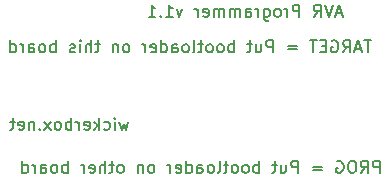
<source format=gbo>
%TF.GenerationSoftware,KiCad,Pcbnew,4.0.5-e0-6337~49~ubuntu16.04.1*%
%TF.CreationDate,2017-02-09T22:12:51-08:00*%
%TF.ProjectId,avr-programmer,6176722D70726F6772616D6D65722E6B,v1.0*%
%TF.FileFunction,Legend,Bot*%
%FSLAX46Y46*%
G04 Gerber Fmt 4.6, Leading zero omitted, Abs format (unit mm)*
G04 Created by KiCad (PCBNEW 4.0.5-e0-6337~49~ubuntu16.04.1) date Thu Feb  9 22:12:51 2017*
%MOMM*%
%LPD*%
G01*
G04 APERTURE LIST*
%ADD10C,0.350000*%
%ADD11C,0.152400*%
G04 APERTURE END LIST*
D10*
D11*
X136861244Y-90883619D02*
X136861244Y-89867619D01*
X136474197Y-89867619D01*
X136377435Y-89916000D01*
X136329054Y-89964381D01*
X136280673Y-90061143D01*
X136280673Y-90206286D01*
X136329054Y-90303048D01*
X136377435Y-90351429D01*
X136474197Y-90399810D01*
X136861244Y-90399810D01*
X135264673Y-90883619D02*
X135603339Y-90399810D01*
X135845244Y-90883619D02*
X135845244Y-89867619D01*
X135458197Y-89867619D01*
X135361435Y-89916000D01*
X135313054Y-89964381D01*
X135264673Y-90061143D01*
X135264673Y-90206286D01*
X135313054Y-90303048D01*
X135361435Y-90351429D01*
X135458197Y-90399810D01*
X135845244Y-90399810D01*
X134635720Y-89867619D02*
X134442197Y-89867619D01*
X134345435Y-89916000D01*
X134248673Y-90012762D01*
X134200292Y-90206286D01*
X134200292Y-90544952D01*
X134248673Y-90738476D01*
X134345435Y-90835238D01*
X134442197Y-90883619D01*
X134635720Y-90883619D01*
X134732482Y-90835238D01*
X134829244Y-90738476D01*
X134877625Y-90544952D01*
X134877625Y-90206286D01*
X134829244Y-90012762D01*
X134732482Y-89916000D01*
X134635720Y-89867619D01*
X133232673Y-89916000D02*
X133329435Y-89867619D01*
X133474578Y-89867619D01*
X133619720Y-89916000D01*
X133716482Y-90012762D01*
X133764863Y-90109524D01*
X133813244Y-90303048D01*
X133813244Y-90448190D01*
X133764863Y-90641714D01*
X133716482Y-90738476D01*
X133619720Y-90835238D01*
X133474578Y-90883619D01*
X133377816Y-90883619D01*
X133232673Y-90835238D01*
X133184292Y-90786857D01*
X133184292Y-90448190D01*
X133377816Y-90448190D01*
X131974768Y-90351429D02*
X131200673Y-90351429D01*
X131200673Y-90641714D02*
X131974768Y-90641714D01*
X129942768Y-90883619D02*
X129942768Y-89867619D01*
X129555721Y-89867619D01*
X129458959Y-89916000D01*
X129410578Y-89964381D01*
X129362197Y-90061143D01*
X129362197Y-90206286D01*
X129410578Y-90303048D01*
X129458959Y-90351429D01*
X129555721Y-90399810D01*
X129942768Y-90399810D01*
X128491340Y-90206286D02*
X128491340Y-90883619D01*
X128926768Y-90206286D02*
X128926768Y-90738476D01*
X128878387Y-90835238D01*
X128781625Y-90883619D01*
X128636483Y-90883619D01*
X128539721Y-90835238D01*
X128491340Y-90786857D01*
X128152673Y-90206286D02*
X127765625Y-90206286D01*
X128007530Y-89867619D02*
X128007530Y-90738476D01*
X127959149Y-90835238D01*
X127862387Y-90883619D01*
X127765625Y-90883619D01*
X126652864Y-90883619D02*
X126652864Y-89867619D01*
X126652864Y-90254667D02*
X126556102Y-90206286D01*
X126362579Y-90206286D01*
X126265817Y-90254667D01*
X126217436Y-90303048D01*
X126169055Y-90399810D01*
X126169055Y-90690095D01*
X126217436Y-90786857D01*
X126265817Y-90835238D01*
X126362579Y-90883619D01*
X126556102Y-90883619D01*
X126652864Y-90835238D01*
X125588483Y-90883619D02*
X125685245Y-90835238D01*
X125733626Y-90786857D01*
X125782007Y-90690095D01*
X125782007Y-90399810D01*
X125733626Y-90303048D01*
X125685245Y-90254667D01*
X125588483Y-90206286D01*
X125443341Y-90206286D01*
X125346579Y-90254667D01*
X125298198Y-90303048D01*
X125249817Y-90399810D01*
X125249817Y-90690095D01*
X125298198Y-90786857D01*
X125346579Y-90835238D01*
X125443341Y-90883619D01*
X125588483Y-90883619D01*
X124669245Y-90883619D02*
X124766007Y-90835238D01*
X124814388Y-90786857D01*
X124862769Y-90690095D01*
X124862769Y-90399810D01*
X124814388Y-90303048D01*
X124766007Y-90254667D01*
X124669245Y-90206286D01*
X124524103Y-90206286D01*
X124427341Y-90254667D01*
X124378960Y-90303048D01*
X124330579Y-90399810D01*
X124330579Y-90690095D01*
X124378960Y-90786857D01*
X124427341Y-90835238D01*
X124524103Y-90883619D01*
X124669245Y-90883619D01*
X124040293Y-90206286D02*
X123653245Y-90206286D01*
X123895150Y-89867619D02*
X123895150Y-90738476D01*
X123846769Y-90835238D01*
X123750007Y-90883619D01*
X123653245Y-90883619D01*
X123169436Y-90883619D02*
X123266198Y-90835238D01*
X123314579Y-90738476D01*
X123314579Y-89867619D01*
X122637246Y-90883619D02*
X122734008Y-90835238D01*
X122782389Y-90786857D01*
X122830770Y-90690095D01*
X122830770Y-90399810D01*
X122782389Y-90303048D01*
X122734008Y-90254667D01*
X122637246Y-90206286D01*
X122492104Y-90206286D01*
X122395342Y-90254667D01*
X122346961Y-90303048D01*
X122298580Y-90399810D01*
X122298580Y-90690095D01*
X122346961Y-90786857D01*
X122395342Y-90835238D01*
X122492104Y-90883619D01*
X122637246Y-90883619D01*
X121427723Y-90883619D02*
X121427723Y-90351429D01*
X121476104Y-90254667D01*
X121572866Y-90206286D01*
X121766389Y-90206286D01*
X121863151Y-90254667D01*
X121427723Y-90835238D02*
X121524485Y-90883619D01*
X121766389Y-90883619D01*
X121863151Y-90835238D01*
X121911532Y-90738476D01*
X121911532Y-90641714D01*
X121863151Y-90544952D01*
X121766389Y-90496571D01*
X121524485Y-90496571D01*
X121427723Y-90448190D01*
X120508485Y-90883619D02*
X120508485Y-89867619D01*
X120508485Y-90835238D02*
X120605247Y-90883619D01*
X120798770Y-90883619D01*
X120895532Y-90835238D01*
X120943913Y-90786857D01*
X120992294Y-90690095D01*
X120992294Y-90399810D01*
X120943913Y-90303048D01*
X120895532Y-90254667D01*
X120798770Y-90206286D01*
X120605247Y-90206286D01*
X120508485Y-90254667D01*
X119637628Y-90835238D02*
X119734390Y-90883619D01*
X119927913Y-90883619D01*
X120024675Y-90835238D01*
X120073056Y-90738476D01*
X120073056Y-90351429D01*
X120024675Y-90254667D01*
X119927913Y-90206286D01*
X119734390Y-90206286D01*
X119637628Y-90254667D01*
X119589247Y-90351429D01*
X119589247Y-90448190D01*
X120073056Y-90544952D01*
X119153818Y-90883619D02*
X119153818Y-90206286D01*
X119153818Y-90399810D02*
X119105437Y-90303048D01*
X119057056Y-90254667D01*
X118960294Y-90206286D01*
X118863533Y-90206286D01*
X117605628Y-90883619D02*
X117702390Y-90835238D01*
X117750771Y-90786857D01*
X117799152Y-90690095D01*
X117799152Y-90399810D01*
X117750771Y-90303048D01*
X117702390Y-90254667D01*
X117605628Y-90206286D01*
X117460486Y-90206286D01*
X117363724Y-90254667D01*
X117315343Y-90303048D01*
X117266962Y-90399810D01*
X117266962Y-90690095D01*
X117315343Y-90786857D01*
X117363724Y-90835238D01*
X117460486Y-90883619D01*
X117605628Y-90883619D01*
X116831533Y-90206286D02*
X116831533Y-90883619D01*
X116831533Y-90303048D02*
X116783152Y-90254667D01*
X116686390Y-90206286D01*
X116541248Y-90206286D01*
X116444486Y-90254667D01*
X116396105Y-90351429D01*
X116396105Y-90883619D01*
X114993057Y-90883619D02*
X115089819Y-90835238D01*
X115138200Y-90786857D01*
X115186581Y-90690095D01*
X115186581Y-90399810D01*
X115138200Y-90303048D01*
X115089819Y-90254667D01*
X114993057Y-90206286D01*
X114847915Y-90206286D01*
X114751153Y-90254667D01*
X114702772Y-90303048D01*
X114654391Y-90399810D01*
X114654391Y-90690095D01*
X114702772Y-90786857D01*
X114751153Y-90835238D01*
X114847915Y-90883619D01*
X114993057Y-90883619D01*
X114364105Y-90206286D02*
X113977057Y-90206286D01*
X114218962Y-89867619D02*
X114218962Y-90738476D01*
X114170581Y-90835238D01*
X114073819Y-90883619D01*
X113977057Y-90883619D01*
X113638391Y-90883619D02*
X113638391Y-89867619D01*
X113202963Y-90883619D02*
X113202963Y-90351429D01*
X113251344Y-90254667D01*
X113348106Y-90206286D01*
X113493248Y-90206286D01*
X113590010Y-90254667D01*
X113638391Y-90303048D01*
X112332106Y-90835238D02*
X112428868Y-90883619D01*
X112622391Y-90883619D01*
X112719153Y-90835238D01*
X112767534Y-90738476D01*
X112767534Y-90351429D01*
X112719153Y-90254667D01*
X112622391Y-90206286D01*
X112428868Y-90206286D01*
X112332106Y-90254667D01*
X112283725Y-90351429D01*
X112283725Y-90448190D01*
X112767534Y-90544952D01*
X111848296Y-90883619D02*
X111848296Y-90206286D01*
X111848296Y-90399810D02*
X111799915Y-90303048D01*
X111751534Y-90254667D01*
X111654772Y-90206286D01*
X111558011Y-90206286D01*
X110445249Y-90883619D02*
X110445249Y-89867619D01*
X110445249Y-90254667D02*
X110348487Y-90206286D01*
X110154964Y-90206286D01*
X110058202Y-90254667D01*
X110009821Y-90303048D01*
X109961440Y-90399810D01*
X109961440Y-90690095D01*
X110009821Y-90786857D01*
X110058202Y-90835238D01*
X110154964Y-90883619D01*
X110348487Y-90883619D01*
X110445249Y-90835238D01*
X109380868Y-90883619D02*
X109477630Y-90835238D01*
X109526011Y-90786857D01*
X109574392Y-90690095D01*
X109574392Y-90399810D01*
X109526011Y-90303048D01*
X109477630Y-90254667D01*
X109380868Y-90206286D01*
X109235726Y-90206286D01*
X109138964Y-90254667D01*
X109090583Y-90303048D01*
X109042202Y-90399810D01*
X109042202Y-90690095D01*
X109090583Y-90786857D01*
X109138964Y-90835238D01*
X109235726Y-90883619D01*
X109380868Y-90883619D01*
X108171345Y-90883619D02*
X108171345Y-90351429D01*
X108219726Y-90254667D01*
X108316488Y-90206286D01*
X108510011Y-90206286D01*
X108606773Y-90254667D01*
X108171345Y-90835238D02*
X108268107Y-90883619D01*
X108510011Y-90883619D01*
X108606773Y-90835238D01*
X108655154Y-90738476D01*
X108655154Y-90641714D01*
X108606773Y-90544952D01*
X108510011Y-90496571D01*
X108268107Y-90496571D01*
X108171345Y-90448190D01*
X107687535Y-90883619D02*
X107687535Y-90206286D01*
X107687535Y-90399810D02*
X107639154Y-90303048D01*
X107590773Y-90254667D01*
X107494011Y-90206286D01*
X107397250Y-90206286D01*
X106623155Y-90883619D02*
X106623155Y-89867619D01*
X106623155Y-90835238D02*
X106719917Y-90883619D01*
X106913440Y-90883619D01*
X107010202Y-90835238D01*
X107058583Y-90786857D01*
X107106964Y-90690095D01*
X107106964Y-90399810D01*
X107058583Y-90303048D01*
X107010202Y-90254667D01*
X106913440Y-90206286D01*
X106719917Y-90206286D01*
X106623155Y-90254667D01*
X136139159Y-79656819D02*
X135558588Y-79656819D01*
X135848873Y-80672819D02*
X135848873Y-79656819D01*
X135268302Y-80382533D02*
X134784493Y-80382533D01*
X135365064Y-80672819D02*
X135026397Y-79656819D01*
X134687731Y-80672819D01*
X133768493Y-80672819D02*
X134107159Y-80189010D01*
X134349064Y-80672819D02*
X134349064Y-79656819D01*
X133962017Y-79656819D01*
X133865255Y-79705200D01*
X133816874Y-79753581D01*
X133768493Y-79850343D01*
X133768493Y-79995486D01*
X133816874Y-80092248D01*
X133865255Y-80140629D01*
X133962017Y-80189010D01*
X134349064Y-80189010D01*
X132800874Y-79705200D02*
X132897636Y-79656819D01*
X133042779Y-79656819D01*
X133187921Y-79705200D01*
X133284683Y-79801962D01*
X133333064Y-79898724D01*
X133381445Y-80092248D01*
X133381445Y-80237390D01*
X133333064Y-80430914D01*
X133284683Y-80527676D01*
X133187921Y-80624438D01*
X133042779Y-80672819D01*
X132946017Y-80672819D01*
X132800874Y-80624438D01*
X132752493Y-80576057D01*
X132752493Y-80237390D01*
X132946017Y-80237390D01*
X132317064Y-80140629D02*
X131978398Y-80140629D01*
X131833255Y-80672819D02*
X132317064Y-80672819D01*
X132317064Y-79656819D01*
X131833255Y-79656819D01*
X131542969Y-79656819D02*
X130962398Y-79656819D01*
X131252683Y-80672819D02*
X131252683Y-79656819D01*
X129849636Y-80140629D02*
X129075541Y-80140629D01*
X129075541Y-80430914D02*
X129849636Y-80430914D01*
X127817636Y-80672819D02*
X127817636Y-79656819D01*
X127430589Y-79656819D01*
X127333827Y-79705200D01*
X127285446Y-79753581D01*
X127237065Y-79850343D01*
X127237065Y-79995486D01*
X127285446Y-80092248D01*
X127333827Y-80140629D01*
X127430589Y-80189010D01*
X127817636Y-80189010D01*
X126366208Y-79995486D02*
X126366208Y-80672819D01*
X126801636Y-79995486D02*
X126801636Y-80527676D01*
X126753255Y-80624438D01*
X126656493Y-80672819D01*
X126511351Y-80672819D01*
X126414589Y-80624438D01*
X126366208Y-80576057D01*
X126027541Y-79995486D02*
X125640493Y-79995486D01*
X125882398Y-79656819D02*
X125882398Y-80527676D01*
X125834017Y-80624438D01*
X125737255Y-80672819D01*
X125640493Y-80672819D01*
X124527732Y-80672819D02*
X124527732Y-79656819D01*
X124527732Y-80043867D02*
X124430970Y-79995486D01*
X124237447Y-79995486D01*
X124140685Y-80043867D01*
X124092304Y-80092248D01*
X124043923Y-80189010D01*
X124043923Y-80479295D01*
X124092304Y-80576057D01*
X124140685Y-80624438D01*
X124237447Y-80672819D01*
X124430970Y-80672819D01*
X124527732Y-80624438D01*
X123463351Y-80672819D02*
X123560113Y-80624438D01*
X123608494Y-80576057D01*
X123656875Y-80479295D01*
X123656875Y-80189010D01*
X123608494Y-80092248D01*
X123560113Y-80043867D01*
X123463351Y-79995486D01*
X123318209Y-79995486D01*
X123221447Y-80043867D01*
X123173066Y-80092248D01*
X123124685Y-80189010D01*
X123124685Y-80479295D01*
X123173066Y-80576057D01*
X123221447Y-80624438D01*
X123318209Y-80672819D01*
X123463351Y-80672819D01*
X122544113Y-80672819D02*
X122640875Y-80624438D01*
X122689256Y-80576057D01*
X122737637Y-80479295D01*
X122737637Y-80189010D01*
X122689256Y-80092248D01*
X122640875Y-80043867D01*
X122544113Y-79995486D01*
X122398971Y-79995486D01*
X122302209Y-80043867D01*
X122253828Y-80092248D01*
X122205447Y-80189010D01*
X122205447Y-80479295D01*
X122253828Y-80576057D01*
X122302209Y-80624438D01*
X122398971Y-80672819D01*
X122544113Y-80672819D01*
X121915161Y-79995486D02*
X121528113Y-79995486D01*
X121770018Y-79656819D02*
X121770018Y-80527676D01*
X121721637Y-80624438D01*
X121624875Y-80672819D01*
X121528113Y-80672819D01*
X121044304Y-80672819D02*
X121141066Y-80624438D01*
X121189447Y-80527676D01*
X121189447Y-79656819D01*
X120512114Y-80672819D02*
X120608876Y-80624438D01*
X120657257Y-80576057D01*
X120705638Y-80479295D01*
X120705638Y-80189010D01*
X120657257Y-80092248D01*
X120608876Y-80043867D01*
X120512114Y-79995486D01*
X120366972Y-79995486D01*
X120270210Y-80043867D01*
X120221829Y-80092248D01*
X120173448Y-80189010D01*
X120173448Y-80479295D01*
X120221829Y-80576057D01*
X120270210Y-80624438D01*
X120366972Y-80672819D01*
X120512114Y-80672819D01*
X119302591Y-80672819D02*
X119302591Y-80140629D01*
X119350972Y-80043867D01*
X119447734Y-79995486D01*
X119641257Y-79995486D01*
X119738019Y-80043867D01*
X119302591Y-80624438D02*
X119399353Y-80672819D01*
X119641257Y-80672819D01*
X119738019Y-80624438D01*
X119786400Y-80527676D01*
X119786400Y-80430914D01*
X119738019Y-80334152D01*
X119641257Y-80285771D01*
X119399353Y-80285771D01*
X119302591Y-80237390D01*
X118383353Y-80672819D02*
X118383353Y-79656819D01*
X118383353Y-80624438D02*
X118480115Y-80672819D01*
X118673638Y-80672819D01*
X118770400Y-80624438D01*
X118818781Y-80576057D01*
X118867162Y-80479295D01*
X118867162Y-80189010D01*
X118818781Y-80092248D01*
X118770400Y-80043867D01*
X118673638Y-79995486D01*
X118480115Y-79995486D01*
X118383353Y-80043867D01*
X117512496Y-80624438D02*
X117609258Y-80672819D01*
X117802781Y-80672819D01*
X117899543Y-80624438D01*
X117947924Y-80527676D01*
X117947924Y-80140629D01*
X117899543Y-80043867D01*
X117802781Y-79995486D01*
X117609258Y-79995486D01*
X117512496Y-80043867D01*
X117464115Y-80140629D01*
X117464115Y-80237390D01*
X117947924Y-80334152D01*
X117028686Y-80672819D02*
X117028686Y-79995486D01*
X117028686Y-80189010D02*
X116980305Y-80092248D01*
X116931924Y-80043867D01*
X116835162Y-79995486D01*
X116738401Y-79995486D01*
X115480496Y-80672819D02*
X115577258Y-80624438D01*
X115625639Y-80576057D01*
X115674020Y-80479295D01*
X115674020Y-80189010D01*
X115625639Y-80092248D01*
X115577258Y-80043867D01*
X115480496Y-79995486D01*
X115335354Y-79995486D01*
X115238592Y-80043867D01*
X115190211Y-80092248D01*
X115141830Y-80189010D01*
X115141830Y-80479295D01*
X115190211Y-80576057D01*
X115238592Y-80624438D01*
X115335354Y-80672819D01*
X115480496Y-80672819D01*
X114706401Y-79995486D02*
X114706401Y-80672819D01*
X114706401Y-80092248D02*
X114658020Y-80043867D01*
X114561258Y-79995486D01*
X114416116Y-79995486D01*
X114319354Y-80043867D01*
X114270973Y-80140629D01*
X114270973Y-80672819D01*
X113158211Y-79995486D02*
X112771163Y-79995486D01*
X113013068Y-79656819D02*
X113013068Y-80527676D01*
X112964687Y-80624438D01*
X112867925Y-80672819D01*
X112771163Y-80672819D01*
X112432497Y-80672819D02*
X112432497Y-79656819D01*
X111997069Y-80672819D02*
X111997069Y-80140629D01*
X112045450Y-80043867D01*
X112142212Y-79995486D01*
X112287354Y-79995486D01*
X112384116Y-80043867D01*
X112432497Y-80092248D01*
X111513259Y-80672819D02*
X111513259Y-79995486D01*
X111513259Y-79656819D02*
X111561640Y-79705200D01*
X111513259Y-79753581D01*
X111464878Y-79705200D01*
X111513259Y-79656819D01*
X111513259Y-79753581D01*
X111077830Y-80624438D02*
X110981068Y-80672819D01*
X110787544Y-80672819D01*
X110690783Y-80624438D01*
X110642402Y-80527676D01*
X110642402Y-80479295D01*
X110690783Y-80382533D01*
X110787544Y-80334152D01*
X110932687Y-80334152D01*
X111029449Y-80285771D01*
X111077830Y-80189010D01*
X111077830Y-80140629D01*
X111029449Y-80043867D01*
X110932687Y-79995486D01*
X110787544Y-79995486D01*
X110690783Y-80043867D01*
X109432878Y-80672819D02*
X109432878Y-79656819D01*
X109432878Y-80043867D02*
X109336116Y-79995486D01*
X109142593Y-79995486D01*
X109045831Y-80043867D01*
X108997450Y-80092248D01*
X108949069Y-80189010D01*
X108949069Y-80479295D01*
X108997450Y-80576057D01*
X109045831Y-80624438D01*
X109142593Y-80672819D01*
X109336116Y-80672819D01*
X109432878Y-80624438D01*
X108368497Y-80672819D02*
X108465259Y-80624438D01*
X108513640Y-80576057D01*
X108562021Y-80479295D01*
X108562021Y-80189010D01*
X108513640Y-80092248D01*
X108465259Y-80043867D01*
X108368497Y-79995486D01*
X108223355Y-79995486D01*
X108126593Y-80043867D01*
X108078212Y-80092248D01*
X108029831Y-80189010D01*
X108029831Y-80479295D01*
X108078212Y-80576057D01*
X108126593Y-80624438D01*
X108223355Y-80672819D01*
X108368497Y-80672819D01*
X107158974Y-80672819D02*
X107158974Y-80140629D01*
X107207355Y-80043867D01*
X107304117Y-79995486D01*
X107497640Y-79995486D01*
X107594402Y-80043867D01*
X107158974Y-80624438D02*
X107255736Y-80672819D01*
X107497640Y-80672819D01*
X107594402Y-80624438D01*
X107642783Y-80527676D01*
X107642783Y-80430914D01*
X107594402Y-80334152D01*
X107497640Y-80285771D01*
X107255736Y-80285771D01*
X107158974Y-80237390D01*
X106675164Y-80672819D02*
X106675164Y-79995486D01*
X106675164Y-80189010D02*
X106626783Y-80092248D01*
X106578402Y-80043867D01*
X106481640Y-79995486D01*
X106384879Y-79995486D01*
X105610784Y-80672819D02*
X105610784Y-79656819D01*
X105610784Y-80624438D02*
X105707546Y-80672819D01*
X105901069Y-80672819D01*
X105997831Y-80624438D01*
X106046212Y-80576057D01*
X106094593Y-80479295D01*
X106094593Y-80189010D01*
X106046212Y-80092248D01*
X105997831Y-80043867D01*
X105901069Y-79995486D01*
X105707546Y-79995486D01*
X105610784Y-80043867D01*
X115600237Y-86548686D02*
X115406713Y-87226019D01*
X115213190Y-86742210D01*
X115019666Y-87226019D01*
X114826142Y-86548686D01*
X114439094Y-87226019D02*
X114439094Y-86548686D01*
X114439094Y-86210019D02*
X114487475Y-86258400D01*
X114439094Y-86306781D01*
X114390713Y-86258400D01*
X114439094Y-86210019D01*
X114439094Y-86306781D01*
X113519856Y-87177638D02*
X113616618Y-87226019D01*
X113810141Y-87226019D01*
X113906903Y-87177638D01*
X113955284Y-87129257D01*
X114003665Y-87032495D01*
X114003665Y-86742210D01*
X113955284Y-86645448D01*
X113906903Y-86597067D01*
X113810141Y-86548686D01*
X113616618Y-86548686D01*
X113519856Y-86597067D01*
X113084427Y-87226019D02*
X113084427Y-86210019D01*
X112987665Y-86838971D02*
X112697380Y-87226019D01*
X112697380Y-86548686D02*
X113084427Y-86935733D01*
X111874904Y-87177638D02*
X111971666Y-87226019D01*
X112165189Y-87226019D01*
X112261951Y-87177638D01*
X112310332Y-87080876D01*
X112310332Y-86693829D01*
X112261951Y-86597067D01*
X112165189Y-86548686D01*
X111971666Y-86548686D01*
X111874904Y-86597067D01*
X111826523Y-86693829D01*
X111826523Y-86790590D01*
X112310332Y-86887352D01*
X111391094Y-87226019D02*
X111391094Y-86548686D01*
X111391094Y-86742210D02*
X111342713Y-86645448D01*
X111294332Y-86597067D01*
X111197570Y-86548686D01*
X111100809Y-86548686D01*
X110762142Y-87226019D02*
X110762142Y-86210019D01*
X110762142Y-86597067D02*
X110665380Y-86548686D01*
X110471857Y-86548686D01*
X110375095Y-86597067D01*
X110326714Y-86645448D01*
X110278333Y-86742210D01*
X110278333Y-87032495D01*
X110326714Y-87129257D01*
X110375095Y-87177638D01*
X110471857Y-87226019D01*
X110665380Y-87226019D01*
X110762142Y-87177638D01*
X109697761Y-87226019D02*
X109794523Y-87177638D01*
X109842904Y-87129257D01*
X109891285Y-87032495D01*
X109891285Y-86742210D01*
X109842904Y-86645448D01*
X109794523Y-86597067D01*
X109697761Y-86548686D01*
X109552619Y-86548686D01*
X109455857Y-86597067D01*
X109407476Y-86645448D01*
X109359095Y-86742210D01*
X109359095Y-87032495D01*
X109407476Y-87129257D01*
X109455857Y-87177638D01*
X109552619Y-87226019D01*
X109697761Y-87226019D01*
X109020428Y-87226019D02*
X108488238Y-86548686D01*
X109020428Y-86548686D02*
X108488238Y-87226019D01*
X108101190Y-87129257D02*
X108052809Y-87177638D01*
X108101190Y-87226019D01*
X108149571Y-87177638D01*
X108101190Y-87129257D01*
X108101190Y-87226019D01*
X107617380Y-86548686D02*
X107617380Y-87226019D01*
X107617380Y-86645448D02*
X107568999Y-86597067D01*
X107472237Y-86548686D01*
X107327095Y-86548686D01*
X107230333Y-86597067D01*
X107181952Y-86693829D01*
X107181952Y-87226019D01*
X106311095Y-87177638D02*
X106407857Y-87226019D01*
X106601380Y-87226019D01*
X106698142Y-87177638D01*
X106746523Y-87080876D01*
X106746523Y-86693829D01*
X106698142Y-86597067D01*
X106601380Y-86548686D01*
X106407857Y-86548686D01*
X106311095Y-86597067D01*
X106262714Y-86693829D01*
X106262714Y-86790590D01*
X106746523Y-86887352D01*
X105972428Y-86548686D02*
X105585380Y-86548686D01*
X105827285Y-86210019D02*
X105827285Y-87080876D01*
X105778904Y-87177638D01*
X105682142Y-87226019D01*
X105585380Y-87226019D01*
X133652380Y-77385333D02*
X133168571Y-77385333D01*
X133749142Y-77675619D02*
X133410475Y-76659619D01*
X133071809Y-77675619D01*
X132878285Y-76659619D02*
X132539618Y-77675619D01*
X132200952Y-76659619D01*
X131281714Y-77675619D02*
X131620380Y-77191810D01*
X131862285Y-77675619D02*
X131862285Y-76659619D01*
X131475238Y-76659619D01*
X131378476Y-76708000D01*
X131330095Y-76756381D01*
X131281714Y-76853143D01*
X131281714Y-76998286D01*
X131330095Y-77095048D01*
X131378476Y-77143429D01*
X131475238Y-77191810D01*
X131862285Y-77191810D01*
X130072190Y-77675619D02*
X130072190Y-76659619D01*
X129685143Y-76659619D01*
X129588381Y-76708000D01*
X129540000Y-76756381D01*
X129491619Y-76853143D01*
X129491619Y-76998286D01*
X129540000Y-77095048D01*
X129588381Y-77143429D01*
X129685143Y-77191810D01*
X130072190Y-77191810D01*
X129056190Y-77675619D02*
X129056190Y-76998286D01*
X129056190Y-77191810D02*
X129007809Y-77095048D01*
X128959428Y-77046667D01*
X128862666Y-76998286D01*
X128765905Y-76998286D01*
X128282095Y-77675619D02*
X128378857Y-77627238D01*
X128427238Y-77578857D01*
X128475619Y-77482095D01*
X128475619Y-77191810D01*
X128427238Y-77095048D01*
X128378857Y-77046667D01*
X128282095Y-76998286D01*
X128136953Y-76998286D01*
X128040191Y-77046667D01*
X127991810Y-77095048D01*
X127943429Y-77191810D01*
X127943429Y-77482095D01*
X127991810Y-77578857D01*
X128040191Y-77627238D01*
X128136953Y-77675619D01*
X128282095Y-77675619D01*
X127072572Y-76998286D02*
X127072572Y-77820762D01*
X127120953Y-77917524D01*
X127169334Y-77965905D01*
X127266095Y-78014286D01*
X127411238Y-78014286D01*
X127508000Y-77965905D01*
X127072572Y-77627238D02*
X127169334Y-77675619D01*
X127362857Y-77675619D01*
X127459619Y-77627238D01*
X127508000Y-77578857D01*
X127556381Y-77482095D01*
X127556381Y-77191810D01*
X127508000Y-77095048D01*
X127459619Y-77046667D01*
X127362857Y-76998286D01*
X127169334Y-76998286D01*
X127072572Y-77046667D01*
X126588762Y-77675619D02*
X126588762Y-76998286D01*
X126588762Y-77191810D02*
X126540381Y-77095048D01*
X126492000Y-77046667D01*
X126395238Y-76998286D01*
X126298477Y-76998286D01*
X125524382Y-77675619D02*
X125524382Y-77143429D01*
X125572763Y-77046667D01*
X125669525Y-76998286D01*
X125863048Y-76998286D01*
X125959810Y-77046667D01*
X125524382Y-77627238D02*
X125621144Y-77675619D01*
X125863048Y-77675619D01*
X125959810Y-77627238D01*
X126008191Y-77530476D01*
X126008191Y-77433714D01*
X125959810Y-77336952D01*
X125863048Y-77288571D01*
X125621144Y-77288571D01*
X125524382Y-77240190D01*
X125040572Y-77675619D02*
X125040572Y-76998286D01*
X125040572Y-77095048D02*
X124992191Y-77046667D01*
X124895429Y-76998286D01*
X124750287Y-76998286D01*
X124653525Y-77046667D01*
X124605144Y-77143429D01*
X124605144Y-77675619D01*
X124605144Y-77143429D02*
X124556763Y-77046667D01*
X124460001Y-76998286D01*
X124314858Y-76998286D01*
X124218096Y-77046667D01*
X124169715Y-77143429D01*
X124169715Y-77675619D01*
X123685905Y-77675619D02*
X123685905Y-76998286D01*
X123685905Y-77095048D02*
X123637524Y-77046667D01*
X123540762Y-76998286D01*
X123395620Y-76998286D01*
X123298858Y-77046667D01*
X123250477Y-77143429D01*
X123250477Y-77675619D01*
X123250477Y-77143429D02*
X123202096Y-77046667D01*
X123105334Y-76998286D01*
X122960191Y-76998286D01*
X122863429Y-77046667D01*
X122815048Y-77143429D01*
X122815048Y-77675619D01*
X121944191Y-77627238D02*
X122040953Y-77675619D01*
X122234476Y-77675619D01*
X122331238Y-77627238D01*
X122379619Y-77530476D01*
X122379619Y-77143429D01*
X122331238Y-77046667D01*
X122234476Y-76998286D01*
X122040953Y-76998286D01*
X121944191Y-77046667D01*
X121895810Y-77143429D01*
X121895810Y-77240190D01*
X122379619Y-77336952D01*
X121460381Y-77675619D02*
X121460381Y-76998286D01*
X121460381Y-77191810D02*
X121412000Y-77095048D01*
X121363619Y-77046667D01*
X121266857Y-76998286D01*
X121170096Y-76998286D01*
X120154096Y-76998286D02*
X119912191Y-77675619D01*
X119670287Y-76998286D01*
X118751049Y-77675619D02*
X119331620Y-77675619D01*
X119041334Y-77675619D02*
X119041334Y-76659619D01*
X119138096Y-76804762D01*
X119234858Y-76901524D01*
X119331620Y-76949905D01*
X118315620Y-77578857D02*
X118267239Y-77627238D01*
X118315620Y-77675619D01*
X118364001Y-77627238D01*
X118315620Y-77578857D01*
X118315620Y-77675619D01*
X117299620Y-77675619D02*
X117880191Y-77675619D01*
X117589905Y-77675619D02*
X117589905Y-76659619D01*
X117686667Y-76804762D01*
X117783429Y-76901524D01*
X117880191Y-76949905D01*
M02*

</source>
